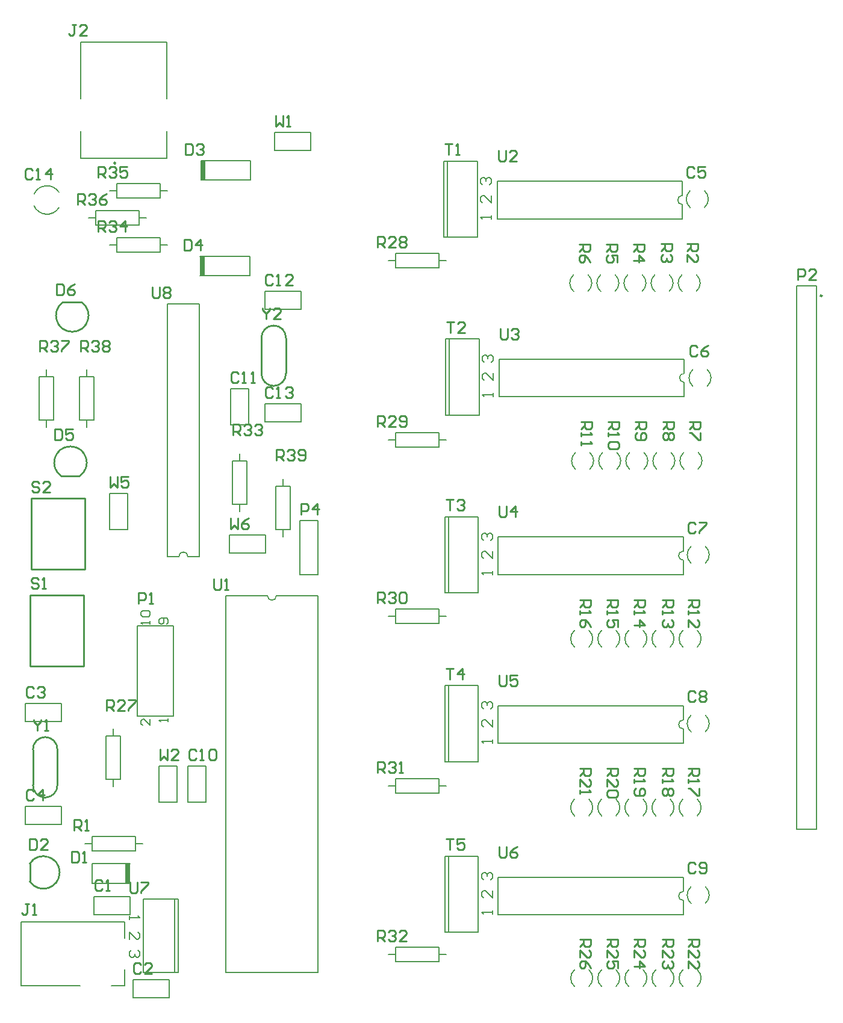
<source format=gto>
%FSAX44Y44*%
%MOMM*%
G71*
G01*
G75*
%ADD10C,0.3000*%
%ADD11C,1.2000*%
%ADD12C,0.7000*%
%ADD13C,1.4000*%
%ADD14C,1.2000*%
%ADD15R,1.5000X1.5000*%
%ADD16C,1.5000*%
%ADD17C,1.6000*%
%ADD18R,1.5000X1.5000*%
%ADD19C,3.8000*%
%ADD20R,1.6000X1.6000*%
%ADD21C,1.3500*%
%ADD22R,1.3500X1.3500*%
%ADD23C,1.5240*%
%ADD24C,1.5000*%
%ADD25R,1.5000X1.5000*%
%ADD26C,1.7000*%
%ADD27R,1.7000X1.7000*%
%ADD28C,1.3000*%
%ADD29R,1.5000X1.5000*%
%ADD30C,1.6000*%
%ADD31R,1.6000X1.6000*%
%ADD32O,4.0000X2.0000*%
%ADD33O,2.0000X4.0000*%
%ADD34O,2.0000X4.5000*%
%ADD35R,2.0000X2.0000*%
%ADD36C,2.0000*%
%ADD37C,1.7780*%
%ADD38C,3.0000*%
%ADD39C,1.5000*%
%ADD40C,0.2540*%
%ADD41C,0.2000*%
%ADD42C,0.2500*%
%ADD43C,0.2032*%
%ADD44C,0.1500*%
%ADD45R,0.8000X2.7000*%
%ADD46R,0.8000X2.8000*%
D40*
X00907802Y01444307D02*
G03*
X00873341Y01444220I-00017232J00000523D01*
G01*
Y01394831D02*
G03*
X00907802Y01394744I00017229J-00000611D01*
G01*
X00594660Y01495090D02*
G03*
X00620060Y01495090I00012700J-00019050D01*
G01*
X00617520Y01249980D02*
G03*
X00592120Y01249980I-00012700J00019050D01*
G01*
X00586489Y00865100D02*
G03*
X00552028Y00865187I-00017229J00000611D01*
G01*
Y00815624D02*
G03*
X00586489Y00815711I00017232J-00000523D01*
G01*
X00547670Y00679750D02*
G03*
X00547670Y00705150I00019050J00012700D01*
G01*
X00873341Y01394831D02*
Y01444220D01*
X00907802Y01394743D02*
Y01444307D01*
X00594660Y01495090D02*
X00620060D01*
X00592120Y01249980D02*
X00617520D01*
X00549740Y01118700D02*
X00624740D01*
Y01218700D01*
X00549740D02*
X00624740D01*
X00549740Y01118700D02*
Y01218700D01*
X00548470Y00982810D02*
X00623470D01*
Y01082810D01*
X00548470D02*
X00623470D01*
X00548470Y00982810D02*
Y01082810D01*
X00552028Y00815623D02*
Y00865187D01*
X00586490Y00815711D02*
Y00865100D01*
X00547670Y00679750D02*
Y00705150D01*
X00874522Y01486149D02*
Y01483610D01*
X00879600Y01478531D01*
X00884679Y01483610D01*
Y01486149D01*
X00879600Y01478531D02*
Y01470914D01*
X00899914D02*
X00889757D01*
X00899914Y01481071D01*
Y01483610D01*
X00897375Y01486149D01*
X00892296D01*
X00889757Y01483610D01*
X00829818Y01191255D02*
Y01176020D01*
X00834896Y01181098D01*
X00839975Y01176020D01*
Y01191255D01*
X00855210D02*
X00850131Y01188716D01*
X00845053Y01183637D01*
Y01178559D01*
X00847592Y01176020D01*
X00852671D01*
X00855210Y01178559D01*
Y01181098D01*
X00852671Y01183637D01*
X00845053D01*
X00660908Y01249675D02*
Y01234440D01*
X00665986Y01239518D01*
X00671065Y01234440D01*
Y01249675D01*
X00686300D02*
X00676143D01*
Y01242057D01*
X00681221Y01244597D01*
X00683761D01*
X00686300Y01242057D01*
Y01236979D01*
X00683761Y01234440D01*
X00678682D01*
X00676143Y01236979D01*
X00719582Y01516375D02*
Y01503679D01*
X00722121Y01501140D01*
X00727199D01*
X00729739Y01503679D01*
Y01516375D01*
X00734817Y01513836D02*
X00737356Y01516375D01*
X00742435D01*
X00744974Y01513836D01*
Y01511297D01*
X00742435Y01508757D01*
X00744974Y01506218D01*
Y01503679D01*
X00742435Y01501140D01*
X00737356D01*
X00734817Y01503679D01*
Y01506218D01*
X00737356Y01508757D01*
X00734817Y01511297D01*
Y01513836D01*
X00737356Y01508757D02*
X00742435D01*
X00894588Y01272032D02*
Y01287267D01*
X00902206D01*
X00904745Y01284728D01*
Y01279650D01*
X00902206Y01277110D01*
X00894588D01*
X00899666D02*
X00904745Y01272032D01*
X00909823Y01284728D02*
X00912362Y01287267D01*
X00917441D01*
X00919980Y01284728D01*
Y01282189D01*
X00917441Y01279650D01*
X00914901D01*
X00917441D01*
X00919980Y01277110D01*
Y01274571D01*
X00917441Y01272032D01*
X00912362D01*
X00909823Y01274571D01*
X00925058D02*
X00927597Y01272032D01*
X00932676D01*
X00935215Y01274571D01*
Y01284728D01*
X00932676Y01287267D01*
X00927597D01*
X00925058Y01284728D01*
Y01282189D01*
X00927597Y01279650D01*
X00935215D01*
X00618998Y01425702D02*
Y01440937D01*
X00626615D01*
X00629155Y01438398D01*
Y01433320D01*
X00626615Y01430780D01*
X00618998D01*
X00624076D02*
X00629155Y01425702D01*
X00634233Y01438398D02*
X00636772Y01440937D01*
X00641851D01*
X00644390Y01438398D01*
Y01435859D01*
X00641851Y01433320D01*
X00639311D01*
X00641851D01*
X00644390Y01430780D01*
Y01428241D01*
X00641851Y01425702D01*
X00636772D01*
X00634233Y01428241D01*
X00649468Y01438398D02*
X00652007Y01440937D01*
X00657086D01*
X00659625Y01438398D01*
Y01435859D01*
X00657086Y01433320D01*
X00659625Y01430780D01*
Y01428241D01*
X00657086Y01425702D01*
X00652007D01*
X00649468Y01428241D01*
Y01430780D01*
X00652007Y01433320D01*
X00649468Y01435859D01*
Y01438398D01*
X00652007Y01433320D02*
X00657086D01*
X00561848Y01425702D02*
Y01440937D01*
X00569465D01*
X00572005Y01438398D01*
Y01433320D01*
X00569465Y01430780D01*
X00561848D01*
X00566926D02*
X00572005Y01425702D01*
X00577083Y01438398D02*
X00579622Y01440937D01*
X00584701D01*
X00587240Y01438398D01*
Y01435859D01*
X00584701Y01433320D01*
X00582161D01*
X00584701D01*
X00587240Y01430780D01*
Y01428241D01*
X00584701Y01425702D01*
X00579622D01*
X00577083Y01428241D01*
X00592318Y01440937D02*
X00602475D01*
Y01438398D01*
X00592318Y01428241D01*
Y01425702D01*
X00614680Y01631950D02*
Y01647185D01*
X00622298D01*
X00624837Y01644646D01*
Y01639568D01*
X00622298Y01637028D01*
X00614680D01*
X00619758D02*
X00624837Y01631950D01*
X00629915Y01644646D02*
X00632454Y01647185D01*
X00637533D01*
X00640072Y01644646D01*
Y01642107D01*
X00637533Y01639568D01*
X00634993D01*
X00637533D01*
X00640072Y01637028D01*
Y01634489D01*
X00637533Y01631950D01*
X00632454D01*
X00629915Y01634489D01*
X00655307Y01647185D02*
X00650229Y01644646D01*
X00645150Y01639568D01*
Y01634489D01*
X00647689Y01631950D01*
X00652768D01*
X00655307Y01634489D01*
Y01637028D01*
X00652768Y01639568D01*
X00645150D01*
X00643890Y01670050D02*
Y01685285D01*
X00651507D01*
X00654047Y01682746D01*
Y01677668D01*
X00651507Y01675128D01*
X00643890D01*
X00648968D02*
X00654047Y01670050D01*
X00659125Y01682746D02*
X00661664Y01685285D01*
X00666743D01*
X00669282Y01682746D01*
Y01680207D01*
X00666743Y01677668D01*
X00664203D01*
X00666743D01*
X00669282Y01675128D01*
Y01672589D01*
X00666743Y01670050D01*
X00661664D01*
X00659125Y01672589D01*
X00684517Y01685285D02*
X00674360D01*
Y01677668D01*
X00679438Y01680207D01*
X00681978D01*
X00684517Y01677668D01*
Y01672589D01*
X00681978Y01670050D01*
X00676899D01*
X00674360Y01672589D01*
X00643890Y01593850D02*
Y01609085D01*
X00651507D01*
X00654047Y01606546D01*
Y01601467D01*
X00651507Y01598928D01*
X00643890D01*
X00648968D02*
X00654047Y01593850D01*
X00659125Y01606546D02*
X00661664Y01609085D01*
X00666743D01*
X00669282Y01606546D01*
Y01604007D01*
X00666743Y01601467D01*
X00664203D01*
X00666743D01*
X00669282Y01598928D01*
Y01596389D01*
X00666743Y01593850D01*
X00661664D01*
X00659125Y01596389D01*
X00681978Y01593850D02*
Y01609085D01*
X00674360Y01601467D01*
X00684517D01*
X00833628Y01307592D02*
Y01322827D01*
X00841245D01*
X00843785Y01320288D01*
Y01315210D01*
X00841245Y01312670D01*
X00833628D01*
X00838706D02*
X00843785Y01307592D01*
X00848863Y01320288D02*
X00851402Y01322827D01*
X00856481D01*
X00859020Y01320288D01*
Y01317749D01*
X00856481Y01315210D01*
X00853941D01*
X00856481D01*
X00859020Y01312670D01*
Y01310131D01*
X00856481Y01307592D01*
X00851402D01*
X00848863Y01310131D01*
X00864098Y01320288D02*
X00866637Y01322827D01*
X00871716D01*
X00874255Y01320288D01*
Y01317749D01*
X00871716Y01315210D01*
X00869176D01*
X00871716D01*
X00874255Y01312670D01*
Y01310131D01*
X00871716Y01307592D01*
X00866637D01*
X00864098Y01310131D01*
X00928878Y01196340D02*
Y01211575D01*
X00936496D01*
X00939035Y01209036D01*
Y01203958D01*
X00936496Y01201418D01*
X00928878D01*
X00951731Y01196340D02*
Y01211575D01*
X00944113Y01203958D01*
X00954270D01*
X00612137Y01884929D02*
X00607058D01*
X00609598D01*
Y01872233D01*
X00607058Y01869694D01*
X00604519D01*
X00601980Y01872233D01*
X00627372Y01869694D02*
X00617215D01*
X00627372Y01879851D01*
Y01882390D01*
X00624833Y01884929D01*
X00619754D01*
X00617215Y01882390D01*
X00585724Y01520693D02*
Y01505458D01*
X00593341D01*
X00595881Y01507997D01*
Y01518154D01*
X00593341Y01520693D01*
X00585724D01*
X00611116D02*
X00606037Y01518154D01*
X00600959Y01513076D01*
Y01507997D01*
X00603498Y01505458D01*
X00608577D01*
X00611116Y01507997D01*
Y01510536D01*
X00608577Y01513076D01*
X00600959D01*
X00583184Y01315969D02*
Y01300734D01*
X00590802D01*
X00593341Y01303273D01*
Y01313430D01*
X00590802Y01315969D01*
X00583184D01*
X00608576D02*
X00598419D01*
Y01308351D01*
X00603497Y01310891D01*
X00606037D01*
X00608576Y01308351D01*
Y01303273D01*
X00606037Y01300734D01*
X00600958D01*
X00598419Y01303273D01*
X00765048Y01583177D02*
Y01567942D01*
X00772665D01*
X00775205Y01570481D01*
Y01580638D01*
X00772665Y01583177D01*
X00765048D01*
X00787901Y01567942D02*
Y01583177D01*
X00780283Y01575560D01*
X00790440D01*
X00766318Y01717797D02*
Y01702562D01*
X00773935D01*
X00776475Y01705101D01*
Y01715258D01*
X00773935Y01717797D01*
X00766318D01*
X00781553Y01715258D02*
X00784092Y01717797D01*
X00789171D01*
X00791710Y01715258D01*
Y01712719D01*
X00789171Y01710179D01*
X00786631D01*
X00789171D01*
X00791710Y01707640D01*
Y01705101D01*
X00789171Y01702562D01*
X00784092D01*
X00781553Y01705101D01*
X00551685Y01679952D02*
X00549146Y01682491D01*
X00544067D01*
X00541528Y01679952D01*
Y01669795D01*
X00544067Y01667256D01*
X00549146D01*
X00551685Y01669795D01*
X00556763Y01667256D02*
X00561841D01*
X00559302D01*
Y01682491D01*
X00556763Y01679952D01*
X00577076Y01667256D02*
Y01682491D01*
X00569459Y01674874D01*
X00579616D01*
X00889505Y01372866D02*
X00886965Y01375405D01*
X00881887D01*
X00879348Y01372866D01*
Y01362709D01*
X00881887Y01360170D01*
X00886965D01*
X00889505Y01362709D01*
X00894583Y01360170D02*
X00899661D01*
X00897122D01*
Y01375405D01*
X00894583Y01372866D01*
X00907279D02*
X00909818Y01375405D01*
X00914896D01*
X00917436Y01372866D01*
Y01370327D01*
X00914896Y01367787D01*
X00912357D01*
X00914896D01*
X00917436Y01365248D01*
Y01362709D01*
X00914896Y01360170D01*
X00909818D01*
X00907279Y01362709D01*
X00889505Y01531616D02*
X00886965Y01534155D01*
X00881887D01*
X00879348Y01531616D01*
Y01521459D01*
X00881887Y01518920D01*
X00886965D01*
X00889505Y01521459D01*
X00894583Y01518920D02*
X00899661D01*
X00897122D01*
Y01534155D01*
X00894583Y01531616D01*
X00917436Y01518920D02*
X00907279D01*
X00917436Y01529077D01*
Y01531616D01*
X00914896Y01534155D01*
X00909818D01*
X00907279Y01531616D01*
X00841245Y01394456D02*
X00838706Y01396995D01*
X00833627D01*
X00831088Y01394456D01*
Y01384299D01*
X00833627Y01381760D01*
X00838706D01*
X00841245Y01384299D01*
X00846323Y01381760D02*
X00851401D01*
X00848862D01*
Y01396995D01*
X00846323Y01394456D01*
X00859019Y01381760D02*
X00864097D01*
X00861558D01*
Y01396995D01*
X00859019Y01394456D01*
X00649475Y00679446D02*
X00646936Y00681985D01*
X00641857D01*
X00639318Y00679446D01*
Y00669289D01*
X00641857Y00666750D01*
X00646936D01*
X00649475Y00669289D01*
X00654553Y00666750D02*
X00659631D01*
X00657092D01*
Y00681985D01*
X00654553Y00679446D01*
X00704085Y00562606D02*
X00701545Y00565145D01*
X00696467D01*
X00693928Y00562606D01*
Y00552449D01*
X00696467Y00549910D01*
X00701545D01*
X00704085Y00552449D01*
X00719320Y00549910D02*
X00709163D01*
X00719320Y00560067D01*
Y00562606D01*
X00716781Y00565145D01*
X00711702D01*
X00709163Y00562606D01*
X00552955Y00951226D02*
X00550415Y00953765D01*
X00545337D01*
X00542798Y00951226D01*
Y00941069D01*
X00545337Y00938530D01*
X00550415D01*
X00552955Y00941069D01*
X00558033Y00951226D02*
X00560572Y00953765D01*
X00565651D01*
X00568190Y00951226D01*
Y00948687D01*
X00565651Y00946148D01*
X00563111D01*
X00565651D01*
X00568190Y00943608D01*
Y00941069D01*
X00565651Y00938530D01*
X00560572D01*
X00558033Y00941069D01*
X00552955Y00806446D02*
X00550415Y00808985D01*
X00545337D01*
X00542798Y00806446D01*
Y00796289D01*
X00545337Y00793750D01*
X00550415D01*
X00552955Y00796289D01*
X00565651Y00793750D02*
Y00808985D01*
X00558033Y00801367D01*
X00568190D01*
X01482341Y01683254D02*
X01479801Y01685793D01*
X01474723D01*
X01472184Y01683254D01*
Y01673097D01*
X01474723Y01670558D01*
X01479801D01*
X01482341Y01673097D01*
X01497576Y01685793D02*
X01487419D01*
Y01678176D01*
X01492497Y01680715D01*
X01495037D01*
X01497576Y01678176D01*
Y01673097D01*
X01495037Y01670558D01*
X01489958D01*
X01487419Y01673097D01*
X01486151Y01431794D02*
X01483611Y01434333D01*
X01478533D01*
X01475994Y01431794D01*
Y01421637D01*
X01478533Y01419098D01*
X01483611D01*
X01486151Y01421637D01*
X01501386Y01434333D02*
X01496307Y01431794D01*
X01491229Y01426716D01*
Y01421637D01*
X01493768Y01419098D01*
X01498847D01*
X01501386Y01421637D01*
Y01424176D01*
X01498847Y01426716D01*
X01491229D01*
X01483611Y01182874D02*
X01481071Y01185413D01*
X01475993D01*
X01473454Y01182874D01*
Y01172717D01*
X01475993Y01170178D01*
X01481071D01*
X01483611Y01172717D01*
X01488689Y01185413D02*
X01498846D01*
Y01182874D01*
X01488689Y01172717D01*
Y01170178D01*
X01483611Y00945384D02*
X01481071Y00947923D01*
X01475993D01*
X01473454Y00945384D01*
Y00935227D01*
X01475993Y00932688D01*
X01481071D01*
X01483611Y00935227D01*
X01488689Y00945384D02*
X01491228Y00947923D01*
X01496307D01*
X01498846Y00945384D01*
Y00942845D01*
X01496307Y00940305D01*
X01498846Y00937766D01*
Y00935227D01*
X01496307Y00932688D01*
X01491228D01*
X01488689Y00935227D01*
Y00937766D01*
X01491228Y00940305D01*
X01488689Y00942845D01*
Y00945384D01*
X01491228Y00940305D02*
X01496307D01*
X01483611Y00704084D02*
X01481071Y00706623D01*
X01475993D01*
X01473454Y00704084D01*
Y00693927D01*
X01475993Y00691388D01*
X01481071D01*
X01483611Y00693927D01*
X01488689D02*
X01491228Y00691388D01*
X01496307D01*
X01498846Y00693927D01*
Y00704084D01*
X01496307Y00706623D01*
X01491228D01*
X01488689Y00704084D01*
Y00701545D01*
X01491228Y00699006D01*
X01498846D01*
X00781555Y00863596D02*
X00779016Y00866135D01*
X00773937D01*
X00771398Y00863596D01*
Y00853439D01*
X00773937Y00850900D01*
X00779016D01*
X00781555Y00853439D01*
X00786633Y00850900D02*
X00791711D01*
X00789172D01*
Y00866135D01*
X00786633Y00863596D01*
X00799329D02*
X00801868Y00866135D01*
X00806946D01*
X00809486Y00863596D01*
Y00853439D01*
X00806946Y00850900D01*
X00801868D01*
X00799329Y00853439D01*
Y00863596D01*
X00606090Y00721655D02*
Y00706420D01*
X00613708D01*
X00616247Y00708959D01*
Y00719116D01*
X00613708Y00721655D01*
X00606090D01*
X00621325Y00706420D02*
X00626404D01*
X00623865D01*
Y00721655D01*
X00621325Y00719116D01*
X00547624Y00739389D02*
Y00724154D01*
X00555242D01*
X00557781Y00726693D01*
Y00736850D01*
X00555242Y00739389D01*
X00547624D01*
X00573016Y00724154D02*
X00562859D01*
X00573016Y00734311D01*
Y00736850D01*
X00570477Y00739389D01*
X00565398D01*
X00562859Y00736850D01*
X00546397Y00647995D02*
X00541319D01*
X00543858D01*
Y00635299D01*
X00541319Y00632760D01*
X00538779D01*
X00536240Y00635299D01*
X00551475Y00632760D02*
X00556554D01*
X00554015D01*
Y00647995D01*
X00551475Y00645456D01*
X00700278Y01070356D02*
Y01085591D01*
X00707896D01*
X00710435Y01083052D01*
Y01077973D01*
X00707896Y01075434D01*
X00700278D01*
X00715513Y01070356D02*
X00720591D01*
X00718052D01*
Y01085591D01*
X00715513Y01083052D01*
X01627378Y01526540D02*
Y01541775D01*
X01634996D01*
X01637535Y01539236D01*
Y01534158D01*
X01634996Y01531618D01*
X01627378D01*
X01652770Y01526540D02*
X01642613D01*
X01652770Y01536697D01*
Y01539236D01*
X01650231Y01541775D01*
X01645152D01*
X01642613Y01539236D01*
X00609600Y00751840D02*
Y00767075D01*
X00617217D01*
X00619757Y00764536D01*
Y00759457D01*
X00617217Y00756918D01*
X00609600D01*
X00614678D02*
X00619757Y00751840D01*
X00624835D02*
X00629913D01*
X00627374D01*
Y00767075D01*
X00624835Y00764536D01*
X01472190Y01576671D02*
X01487425D01*
Y01569053D01*
X01484886Y01566514D01*
X01479808D01*
X01477268Y01569053D01*
Y01576671D01*
Y01571592D02*
X01472190Y01566514D01*
Y01551279D02*
Y01561435D01*
X01482347Y01551279D01*
X01484886D01*
X01487425Y01553818D01*
Y01558896D01*
X01484886Y01561435D01*
X01435360Y01576671D02*
X01450595D01*
Y01569053D01*
X01448056Y01566514D01*
X01442978D01*
X01440438Y01569053D01*
Y01576671D01*
Y01571592D02*
X01435360Y01566514D01*
X01448056Y01561435D02*
X01450595Y01558896D01*
Y01553818D01*
X01448056Y01551279D01*
X01445517D01*
X01442978Y01553818D01*
Y01556357D01*
Y01553818D01*
X01440438Y01551279D01*
X01437899D01*
X01435360Y01553818D01*
Y01558896D01*
X01437899Y01561435D01*
X01396030Y01576370D02*
X01411265D01*
Y01568753D01*
X01408726Y01566214D01*
X01403648D01*
X01401109Y01568753D01*
Y01576370D01*
Y01571292D02*
X01396030Y01566214D01*
Y01553518D02*
X01411265D01*
X01403648Y01561135D01*
Y01550978D01*
X01357930Y01576370D02*
X01373165D01*
Y01568753D01*
X01370626Y01566214D01*
X01365548D01*
X01363009Y01568753D01*
Y01576370D01*
Y01571292D02*
X01357930Y01566214D01*
X01373165Y01550978D02*
Y01561135D01*
X01365548D01*
X01368087Y01556057D01*
Y01553518D01*
X01365548Y01550978D01*
X01360469D01*
X01357930Y01553518D01*
Y01558596D01*
X01360469Y01561135D01*
X01319830Y01576370D02*
X01335065D01*
Y01568753D01*
X01332526Y01566214D01*
X01327448D01*
X01324909Y01568753D01*
Y01576370D01*
Y01571292D02*
X01319830Y01566214D01*
X01335065Y01550978D02*
X01332526Y01556057D01*
X01327448Y01561135D01*
X01322369D01*
X01319830Y01558596D01*
Y01553518D01*
X01322369Y01550978D01*
X01324909D01*
X01327448Y01553518D01*
Y01561135D01*
X01474770Y01326180D02*
X01490005D01*
Y01318563D01*
X01487466Y01316024D01*
X01482388D01*
X01479849Y01318563D01*
Y01326180D01*
Y01321102D02*
X01474770Y01316024D01*
X01490005Y01310945D02*
Y01300788D01*
X01487466D01*
X01477309Y01310945D01*
X01474770D01*
X01437940Y01326180D02*
X01453175D01*
Y01318563D01*
X01450636Y01316024D01*
X01445558D01*
X01443019Y01318563D01*
Y01326180D01*
Y01321102D02*
X01437940Y01316024D01*
X01450636Y01310945D02*
X01453175Y01308406D01*
Y01303328D01*
X01450636Y01300788D01*
X01448097D01*
X01445558Y01303328D01*
X01443019Y01300788D01*
X01440479D01*
X01437940Y01303328D01*
Y01308406D01*
X01440479Y01310945D01*
X01443019D01*
X01445558Y01308406D01*
X01448097Y01310945D01*
X01450636D01*
X01445558Y01308406D02*
Y01303328D01*
X01398570Y01326180D02*
X01413805D01*
Y01318563D01*
X01411266Y01316024D01*
X01406188D01*
X01403649Y01318563D01*
Y01326180D01*
Y01321102D02*
X01398570Y01316024D01*
X01401109Y01310945D02*
X01398570Y01308406D01*
Y01303328D01*
X01401109Y01300788D01*
X01411266D01*
X01413805Y01303328D01*
Y01308406D01*
X01411266Y01310945D01*
X01408727D01*
X01406188Y01308406D01*
Y01300788D01*
X01360470Y01326180D02*
X01375705D01*
Y01318563D01*
X01373166Y01316024D01*
X01368088D01*
X01365549Y01318563D01*
Y01326180D01*
Y01321102D02*
X01360470Y01316024D01*
Y01310945D02*
Y01305867D01*
Y01308406D01*
X01375705D01*
X01373166Y01310945D01*
Y01298249D02*
X01375705Y01295710D01*
Y01290632D01*
X01373166Y01288092D01*
X01363009D01*
X01360470Y01290632D01*
Y01295710D01*
X01363009Y01298249D01*
X01373166D01*
X01322370Y01326180D02*
X01337605D01*
Y01318563D01*
X01335066Y01316024D01*
X01329988D01*
X01327449Y01318563D01*
Y01326180D01*
Y01321102D02*
X01322370Y01316024D01*
Y01310945D02*
Y01305867D01*
Y01308406D01*
X01337605D01*
X01335066Y01310945D01*
X01322370Y01298249D02*
Y01293171D01*
Y01295710D01*
X01337605D01*
X01335066Y01298249D01*
X01473500Y01075990D02*
X01488735D01*
Y01068373D01*
X01486196Y01065834D01*
X01481118D01*
X01478579Y01068373D01*
Y01075990D01*
Y01070912D02*
X01473500Y01065834D01*
Y01060755D02*
Y01055677D01*
Y01058216D01*
X01488735D01*
X01486196Y01060755D01*
X01473500Y01037903D02*
Y01048059D01*
X01483657Y01037903D01*
X01486196D01*
X01488735Y01040442D01*
Y01045520D01*
X01486196Y01048059D01*
X01436670Y01075990D02*
X01451905D01*
Y01068373D01*
X01449366Y01065834D01*
X01444288D01*
X01441749Y01068373D01*
Y01075990D01*
Y01070912D02*
X01436670Y01065834D01*
Y01060755D02*
Y01055677D01*
Y01058216D01*
X01451905D01*
X01449366Y01060755D01*
Y01048059D02*
X01451905Y01045520D01*
Y01040442D01*
X01449366Y01037903D01*
X01446827D01*
X01444288Y01040442D01*
Y01042981D01*
Y01040442D01*
X01441749Y01037903D01*
X01439209D01*
X01436670Y01040442D01*
Y01045520D01*
X01439209Y01048059D01*
X01397300Y01075990D02*
X01412535D01*
Y01068373D01*
X01409996Y01065834D01*
X01404918D01*
X01402379Y01068373D01*
Y01075990D01*
Y01070912D02*
X01397300Y01065834D01*
Y01060755D02*
Y01055677D01*
Y01058216D01*
X01412535D01*
X01409996Y01060755D01*
X01397300Y01040442D02*
X01412535D01*
X01404918Y01048059D01*
Y01037903D01*
X01359200Y01075990D02*
X01374435D01*
Y01068373D01*
X01371896Y01065834D01*
X01366818D01*
X01364279Y01068373D01*
Y01075990D01*
Y01070912D02*
X01359200Y01065834D01*
Y01060755D02*
Y01055677D01*
Y01058216D01*
X01374435D01*
X01371896Y01060755D01*
X01374435Y01037903D02*
Y01048059D01*
X01366818D01*
X01369357Y01042981D01*
Y01040442D01*
X01366818Y01037903D01*
X01361739D01*
X01359200Y01040442D01*
Y01045520D01*
X01361739Y01048059D01*
X01321100Y01075990D02*
X01336335D01*
Y01068373D01*
X01333796Y01065834D01*
X01328718D01*
X01326179Y01068373D01*
Y01075990D01*
Y01070912D02*
X01321100Y01065834D01*
Y01060755D02*
Y01055677D01*
Y01058216D01*
X01336335D01*
X01333796Y01060755D01*
X01336335Y01037903D02*
X01333796Y01042981D01*
X01328718Y01048059D01*
X01323639D01*
X01321100Y01045520D01*
Y01040442D01*
X01323639Y01037903D01*
X01326179D01*
X01328718Y01040442D01*
Y01048059D01*
X01473500Y00838500D02*
X01488735D01*
Y00830883D01*
X01486196Y00828344D01*
X01481118D01*
X01478579Y00830883D01*
Y00838500D01*
Y00833422D02*
X01473500Y00828344D01*
Y00823265D02*
Y00818187D01*
Y00820726D01*
X01488735D01*
X01486196Y00823265D01*
X01488735Y00810569D02*
Y00800413D01*
X01486196D01*
X01476039Y00810569D01*
X01473500D01*
X01436670Y00838500D02*
X01451905D01*
Y00830883D01*
X01449366Y00828344D01*
X01444288D01*
X01441749Y00830883D01*
Y00838500D01*
Y00833422D02*
X01436670Y00828344D01*
Y00823265D02*
Y00818187D01*
Y00820726D01*
X01451905D01*
X01449366Y00823265D01*
Y00810569D02*
X01451905Y00808030D01*
Y00802952D01*
X01449366Y00800413D01*
X01446827D01*
X01444288Y00802952D01*
X01441749Y00800413D01*
X01439209D01*
X01436670Y00802952D01*
Y00808030D01*
X01439209Y00810569D01*
X01441749D01*
X01444288Y00808030D01*
X01446827Y00810569D01*
X01449366D01*
X01444288Y00808030D02*
Y00802952D01*
X01397300Y00838500D02*
X01412535D01*
Y00830883D01*
X01409996Y00828344D01*
X01404918D01*
X01402379Y00830883D01*
Y00838500D01*
Y00833422D02*
X01397300Y00828344D01*
Y00823265D02*
Y00818187D01*
Y00820726D01*
X01412535D01*
X01409996Y00823265D01*
X01399839Y00810569D02*
X01397300Y00808030D01*
Y00802952D01*
X01399839Y00800413D01*
X01409996D01*
X01412535Y00802952D01*
Y00808030D01*
X01409996Y00810569D01*
X01407457D01*
X01404918Y00808030D01*
Y00800413D01*
X01359200Y00838500D02*
X01374435D01*
Y00830883D01*
X01371896Y00828344D01*
X01366818D01*
X01364279Y00830883D01*
Y00838500D01*
Y00833422D02*
X01359200Y00828344D01*
Y00813108D02*
Y00823265D01*
X01369357Y00813108D01*
X01371896D01*
X01374435Y00815648D01*
Y00820726D01*
X01371896Y00823265D01*
Y00808030D02*
X01374435Y00805491D01*
Y00800413D01*
X01371896Y00797873D01*
X01361739D01*
X01359200Y00800413D01*
Y00805491D01*
X01361739Y00808030D01*
X01371896D01*
X01321100Y00838500D02*
X01336335D01*
Y00830883D01*
X01333796Y00828344D01*
X01328718D01*
X01326179Y00830883D01*
Y00838500D01*
Y00833422D02*
X01321100Y00828344D01*
Y00813108D02*
Y00823265D01*
X01331257Y00813108D01*
X01333796D01*
X01336335Y00815648D01*
Y00820726D01*
X01333796Y00823265D01*
X01321100Y00808030D02*
Y00802952D01*
Y00805491D01*
X01336335D01*
X01333796Y00808030D01*
X01473500Y00598470D02*
X01488735D01*
Y00590853D01*
X01486196Y00588313D01*
X01481118D01*
X01478579Y00590853D01*
Y00598470D01*
Y00593392D02*
X01473500Y00588313D01*
Y00573078D02*
Y00583235D01*
X01483657Y00573078D01*
X01486196D01*
X01488735Y00575618D01*
Y00580696D01*
X01486196Y00583235D01*
X01473500Y00557843D02*
Y00568000D01*
X01483657Y00557843D01*
X01486196D01*
X01488735Y00560382D01*
Y00565461D01*
X01486196Y00568000D01*
X01436670Y00598470D02*
X01451905D01*
Y00590853D01*
X01449366Y00588313D01*
X01444288D01*
X01441749Y00590853D01*
Y00598470D01*
Y00593392D02*
X01436670Y00588313D01*
Y00573078D02*
Y00583235D01*
X01446827Y00573078D01*
X01449366D01*
X01451905Y00575618D01*
Y00580696D01*
X01449366Y00583235D01*
Y00568000D02*
X01451905Y00565461D01*
Y00560382D01*
X01449366Y00557843D01*
X01446827D01*
X01444288Y00560382D01*
Y00562922D01*
Y00560382D01*
X01441749Y00557843D01*
X01439209D01*
X01436670Y00560382D01*
Y00565461D01*
X01439209Y00568000D01*
X01397300Y00598470D02*
X01412535D01*
Y00590853D01*
X01409996Y00588313D01*
X01404918D01*
X01402379Y00590853D01*
Y00598470D01*
Y00593392D02*
X01397300Y00588313D01*
Y00573078D02*
Y00583235D01*
X01407457Y00573078D01*
X01409996D01*
X01412535Y00575618D01*
Y00580696D01*
X01409996Y00583235D01*
X01397300Y00560382D02*
X01412535D01*
X01404918Y00568000D01*
Y00557843D01*
X01359200Y00598470D02*
X01374435D01*
Y00590853D01*
X01371896Y00588313D01*
X01366818D01*
X01364279Y00590853D01*
Y00598470D01*
Y00593392D02*
X01359200Y00588313D01*
Y00573078D02*
Y00583235D01*
X01369357Y00573078D01*
X01371896D01*
X01374435Y00575618D01*
Y00580696D01*
X01371896Y00583235D01*
X01374435Y00557843D02*
Y00568000D01*
X01366818D01*
X01369357Y00562922D01*
Y00560382D01*
X01366818Y00557843D01*
X01361739D01*
X01359200Y00560382D01*
Y00565461D01*
X01361739Y00568000D01*
X01321100Y00598470D02*
X01336335D01*
Y00590853D01*
X01333796Y00588313D01*
X01328718D01*
X01326179Y00590853D01*
Y00598470D01*
Y00593392D02*
X01321100Y00588313D01*
Y00573078D02*
Y00583235D01*
X01331257Y00573078D01*
X01333796D01*
X01336335Y00575618D01*
Y00580696D01*
X01333796Y00583235D01*
X01336335Y00557843D02*
X01333796Y00562922D01*
X01328718Y00568000D01*
X01323639D01*
X01321100Y00565461D01*
Y00560382D01*
X01323639Y00557843D01*
X01326179D01*
X01328718Y00560382D01*
Y00568000D01*
X00655828Y00920242D02*
Y00935477D01*
X00663446D01*
X00665985Y00932938D01*
Y00927859D01*
X00663446Y00925320D01*
X00655828D01*
X00660906D02*
X00665985Y00920242D01*
X00681220D02*
X00671063D01*
X00681220Y00930399D01*
Y00932938D01*
X00678681Y00935477D01*
X00673602D01*
X00671063Y00932938D01*
X00686298Y00935477D02*
X00696455D01*
Y00932938D01*
X00686298Y00922781D01*
Y00920242D01*
X01036320Y01572260D02*
Y01587495D01*
X01043938D01*
X01046477Y01584956D01*
Y01579877D01*
X01043938Y01577338D01*
X01036320D01*
X01041398D02*
X01046477Y01572260D01*
X01061712D02*
X01051555D01*
X01061712Y01582417D01*
Y01584956D01*
X01059173Y01587495D01*
X01054094D01*
X01051555Y01584956D01*
X01066790D02*
X01069329Y01587495D01*
X01074408D01*
X01076947Y01584956D01*
Y01582417D01*
X01074408Y01579877D01*
X01076947Y01577338D01*
Y01574799D01*
X01074408Y01572260D01*
X01069329D01*
X01066790Y01574799D01*
Y01577338D01*
X01069329Y01579877D01*
X01066790Y01582417D01*
Y01584956D01*
X01069329Y01579877D02*
X01074408D01*
X01036320Y01319530D02*
Y01334765D01*
X01043938D01*
X01046477Y01332226D01*
Y01327148D01*
X01043938Y01324608D01*
X01036320D01*
X01041398D02*
X01046477Y01319530D01*
X01061712D02*
X01051555D01*
X01061712Y01329687D01*
Y01332226D01*
X01059173Y01334765D01*
X01054094D01*
X01051555Y01332226D01*
X01066790Y01322069D02*
X01069329Y01319530D01*
X01074408D01*
X01076947Y01322069D01*
Y01332226D01*
X01074408Y01334765D01*
X01069329D01*
X01066790Y01332226D01*
Y01329687D01*
X01069329Y01327148D01*
X01076947D01*
X01036320Y01071880D02*
Y01087115D01*
X01043938D01*
X01046477Y01084576D01*
Y01079498D01*
X01043938Y01076958D01*
X01036320D01*
X01041398D02*
X01046477Y01071880D01*
X01051555Y01084576D02*
X01054094Y01087115D01*
X01059173D01*
X01061712Y01084576D01*
Y01082037D01*
X01059173Y01079498D01*
X01056633D01*
X01059173D01*
X01061712Y01076958D01*
Y01074419D01*
X01059173Y01071880D01*
X01054094D01*
X01051555Y01074419D01*
X01066790Y01084576D02*
X01069329Y01087115D01*
X01074408D01*
X01076947Y01084576D01*
Y01074419D01*
X01074408Y01071880D01*
X01069329D01*
X01066790Y01074419D01*
Y01084576D01*
X01036320Y00833120D02*
Y00848355D01*
X01043938D01*
X01046477Y00845816D01*
Y00840738D01*
X01043938Y00838198D01*
X01036320D01*
X01041398D02*
X01046477Y00833120D01*
X01051555Y00845816D02*
X01054094Y00848355D01*
X01059173D01*
X01061712Y00845816D01*
Y00843277D01*
X01059173Y00840738D01*
X01056633D01*
X01059173D01*
X01061712Y00838198D01*
Y00835659D01*
X01059173Y00833120D01*
X01054094D01*
X01051555Y00835659D01*
X01066790Y00833120D02*
X01071869D01*
X01069329D01*
Y00848355D01*
X01066790Y00845816D01*
X01036320Y00595630D02*
Y00610865D01*
X01043938D01*
X01046477Y00608326D01*
Y00603247D01*
X01043938Y00600708D01*
X01036320D01*
X01041398D02*
X01046477Y00595630D01*
X01051555Y00608326D02*
X01054094Y00610865D01*
X01059173D01*
X01061712Y00608326D01*
Y00605787D01*
X01059173Y00603247D01*
X01056633D01*
X01059173D01*
X01061712Y00600708D01*
Y00598169D01*
X01059173Y00595630D01*
X01054094D01*
X01051555Y00598169D01*
X01076947Y00595630D02*
X01066790D01*
X01076947Y00605787D01*
Y00608326D01*
X01074408Y00610865D01*
X01069329D01*
X01066790Y00608326D01*
X00559813Y01104388D02*
X00557273Y01106927D01*
X00552195D01*
X00549656Y01104388D01*
Y01101849D01*
X00552195Y01099309D01*
X00557273D01*
X00559813Y01096770D01*
Y01094231D01*
X00557273Y01091692D01*
X00552195D01*
X00549656Y01094231D01*
X00564891Y01091692D02*
X00569969D01*
X00567430D01*
Y01106927D01*
X00564891Y01104388D01*
X00561083Y01240278D02*
X00558544Y01242817D01*
X00553465D01*
X00550926Y01240278D01*
Y01237739D01*
X00553465Y01235200D01*
X00558544D01*
X00561083Y01232660D01*
Y01230121D01*
X00558544Y01227582D01*
X00553465D01*
X00550926Y01230121D01*
X00576318Y01227582D02*
X00566161D01*
X00576318Y01237739D01*
Y01240278D01*
X00573779Y01242817D01*
X00568700D01*
X00566161Y01240278D01*
X01131570Y01717289D02*
X01141727D01*
X01136648D01*
Y01702054D01*
X01146805D02*
X01151883D01*
X01149344D01*
Y01717289D01*
X01146805Y01714750D01*
X01134110Y01467099D02*
X01144267D01*
X01139188D01*
Y01451864D01*
X01159502D02*
X01149345D01*
X01159502Y01462021D01*
Y01464560D01*
X01156963Y01467099D01*
X01151884D01*
X01149345Y01464560D01*
X01132840Y01216909D02*
X01142997D01*
X01137918D01*
Y01201674D01*
X01148075Y01214370D02*
X01150614Y01216909D01*
X01155693D01*
X01158232Y01214370D01*
Y01211831D01*
X01155693Y01209292D01*
X01153153D01*
X01155693D01*
X01158232Y01206752D01*
Y01204213D01*
X01155693Y01201674D01*
X01150614D01*
X01148075Y01204213D01*
X01132840Y00979419D02*
X01142997D01*
X01137918D01*
Y00964184D01*
X01155693D02*
Y00979419D01*
X01148075Y00971802D01*
X01158232D01*
X01132840Y00739389D02*
X01142997D01*
X01137918D01*
Y00724154D01*
X01158232Y00739389D02*
X01148075D01*
Y00731771D01*
X01153153Y00734311D01*
X01155693D01*
X01158232Y00731771D01*
Y00726693D01*
X01155693Y00724154D01*
X01150614D01*
X01148075Y00726693D01*
X00805942Y01105657D02*
Y01092961D01*
X00808481Y01090422D01*
X00813559D01*
X00816099Y01092961D01*
Y01105657D01*
X00821177Y01090422D02*
X00826255D01*
X00823716D01*
Y01105657D01*
X00821177Y01103118D01*
X01206500Y01708145D02*
Y01695449D01*
X01209039Y01692910D01*
X01214118D01*
X01216657Y01695449D01*
Y01708145D01*
X01231892Y01692910D02*
X01221735D01*
X01231892Y01703067D01*
Y01705606D01*
X01229353Y01708145D01*
X01224274D01*
X01221735Y01705606D01*
X01209040Y01457955D02*
Y01445259D01*
X01211579Y01442720D01*
X01216657D01*
X01219197Y01445259D01*
Y01457955D01*
X01224275Y01455416D02*
X01226814Y01457955D01*
X01231893D01*
X01234432Y01455416D01*
Y01452877D01*
X01231893Y01450338D01*
X01229353D01*
X01231893D01*
X01234432Y01447798D01*
Y01445259D01*
X01231893Y01442720D01*
X01226814D01*
X01224275Y01445259D01*
X01207770Y01207765D02*
Y01195069D01*
X01210309Y01192530D01*
X01215387D01*
X01217927Y01195069D01*
Y01207765D01*
X01230623Y01192530D02*
Y01207765D01*
X01223005Y01200147D01*
X01233162D01*
X01207770Y00970275D02*
Y00957579D01*
X01210309Y00955040D01*
X01215387D01*
X01217927Y00957579D01*
Y00970275D01*
X01233162D02*
X01223005D01*
Y00962657D01*
X01228083Y00965197D01*
X01230623D01*
X01233162Y00962657D01*
Y00957579D01*
X01230623Y00955040D01*
X01225544D01*
X01223005Y00957579D01*
X01207770Y00728975D02*
Y00716279D01*
X01210309Y00713740D01*
X01215387D01*
X01217927Y00716279D01*
Y00728975D01*
X01233162D02*
X01228083Y00726436D01*
X01223005Y00721357D01*
Y00716279D01*
X01225544Y00713740D01*
X01230623D01*
X01233162Y00716279D01*
Y00718818D01*
X01230623Y00721357D01*
X01223005D01*
X00688594Y00678937D02*
Y00666241D01*
X00691133Y00663702D01*
X00696211D01*
X00698751Y00666241D01*
Y00678937D01*
X00703829D02*
X00713986D01*
Y00676398D01*
X00703829Y00666241D01*
Y00663702D01*
X00893318Y01757675D02*
Y01742440D01*
X00898396Y01747518D01*
X00903475Y01742440D01*
Y01757675D01*
X00908553Y01742440D02*
X00913631D01*
X00911092D01*
Y01757675D01*
X00908553Y01755136D01*
X00730758Y00866135D02*
Y00850900D01*
X00735836Y00855978D01*
X00740915Y00850900D01*
Y00866135D01*
X00756150Y00850900D02*
X00745993D01*
X00756150Y00861057D01*
Y00863596D01*
X00753611Y00866135D01*
X00748532D01*
X00745993Y00863596D01*
X00553212Y00907029D02*
Y00904490D01*
X00558290Y00899411D01*
X00563369Y00904490D01*
Y00907029D01*
X00558290Y00899411D02*
Y00891794D01*
X00568447D02*
X00573525D01*
X00570986D01*
Y00907029D01*
X00568447Y00904490D01*
D41*
X00769920Y01136950D02*
G03*
X00757220Y01136950I-00006350J00000000D01*
G01*
X00553611Y01630284D02*
G03*
X00588665Y01627850I00018189J00008317D01*
G01*
Y01649350D02*
G03*
X00553611Y01646917I-00016865J-00010750D01*
G01*
X00881680Y01081910D02*
G03*
X00894380Y01081910I00006350J00000000D01*
G01*
X01497529Y00648907D02*
G03*
X01497692Y00672353I-00010059J00011793D01*
G01*
X01477249Y00672253D02*
G03*
X01477411Y00648807I00010221J-00011652D01*
G01*
X01466340Y00665780D02*
G03*
X01466340Y00653080I00000000J-00006350D01*
G01*
X01497529Y00890207D02*
G03*
X01497692Y00913652I-00010059J00011793D01*
G01*
X01477249Y00913553D02*
G03*
X01477411Y00890107I00010221J-00011652D01*
G01*
X01466340Y00907080D02*
G03*
X01466340Y00894380I00000000J-00006350D01*
G01*
X01497529Y01127697D02*
G03*
X01497692Y01151143I-00010059J00011793D01*
G01*
X01477249Y01151043D02*
G03*
X01477411Y01127597I00010221J-00011652D01*
G01*
X01466340Y01144570D02*
G03*
X01466340Y01131870I00000000J-00006350D01*
G01*
X01500069Y01376617D02*
G03*
X01500232Y01400063I-00010059J00011793D01*
G01*
X01479789Y01399963D02*
G03*
X01479951Y01376517I00010221J-00011652D01*
G01*
X01467610Y01394760D02*
G03*
X01467610Y01382060I00000000J-00006350D01*
G01*
X01496259Y01628077D02*
G03*
X01496422Y01651523I-00010059J00011793D01*
G01*
X01475979Y01651423D02*
G03*
X01476142Y01627977I00010221J-00011652D01*
G01*
X01465070Y01644950D02*
G03*
X01465070Y01632250I00000000J-00006350D01*
G01*
X01484829Y01509967D02*
G03*
X01484992Y01533412I-00010059J00011793D01*
G01*
X01464549Y01533313D02*
G03*
X01464711Y01509867I00010221J-00011652D01*
G01*
X01446729Y01509967D02*
G03*
X01446892Y01533412I-00010059J00011793D01*
G01*
X01426449Y01533313D02*
G03*
X01426611Y01509867I00010221J-00011652D01*
G01*
X01408629Y01509967D02*
G03*
X01408792Y01533412I-00010059J00011793D01*
G01*
X01388349Y01533313D02*
G03*
X01388512Y01509867I00010221J-00011652D01*
G01*
X01370529Y01509967D02*
G03*
X01370692Y01533412I-00010059J00011793D01*
G01*
X01350249Y01533313D02*
G03*
X01350412Y01509867I00010221J-00011652D01*
G01*
X01332429Y01509967D02*
G03*
X01332592Y01533412I-00010059J00011793D01*
G01*
X01312149Y01533313D02*
G03*
X01312312Y01509867I00010221J-00011652D01*
G01*
X01487369Y01260037D02*
G03*
X01487532Y01283483I-00010059J00011793D01*
G01*
X01467089Y01283383D02*
G03*
X01467251Y01259937I00010221J-00011652D01*
G01*
X01449269Y01259777D02*
G03*
X01449432Y01283223I-00010059J00011793D01*
G01*
X01428989Y01283123D02*
G03*
X01429151Y01259677I00010221J-00011652D01*
G01*
X01411169Y01259777D02*
G03*
X01411332Y01283223I-00010059J00011793D01*
G01*
X01390889Y01283123D02*
G03*
X01391051Y01259677I00010221J-00011652D01*
G01*
X01334969Y01259777D02*
G03*
X01335132Y01283223I-00010059J00011793D01*
G01*
X01314689Y01283123D02*
G03*
X01314852Y01259677I00010221J-00011652D01*
G01*
X01373069Y01259777D02*
G03*
X01373232Y01283223I-00010059J00011793D01*
G01*
X01352789Y01283123D02*
G03*
X01352952Y01259677I00010221J-00011652D01*
G01*
X01486099Y01009587D02*
G03*
X01486262Y01033033I-00010059J00011793D01*
G01*
X01465819Y01032933D02*
G03*
X01465981Y01009487I00010221J-00011652D01*
G01*
X01447999Y01009587D02*
G03*
X01448162Y01033033I-00010059J00011793D01*
G01*
X01427719Y01032933D02*
G03*
X01427881Y01009487I00010221J-00011652D01*
G01*
X01371799Y01009587D02*
G03*
X01371962Y01033033I-00010059J00011793D01*
G01*
X01351519Y01032933D02*
G03*
X01351682Y01009487I00010221J-00011652D01*
G01*
X01409899Y01009587D02*
G03*
X01410062Y01033033I-00010059J00011793D01*
G01*
X01389619Y01032933D02*
G03*
X01389781Y01009487I00010221J-00011652D01*
G01*
X01333699Y01009587D02*
G03*
X01333862Y01033033I-00010059J00011793D01*
G01*
X01313419Y01032933D02*
G03*
X01313582Y01009487I00010221J-00011652D01*
G01*
X01486099Y00772097D02*
G03*
X01486262Y00795543I-00010059J00011793D01*
G01*
X01465819Y00795443D02*
G03*
X01465981Y00771997I00010221J-00011652D01*
G01*
X01409899Y00772097D02*
G03*
X01410062Y00795543I-00010059J00011793D01*
G01*
X01389619Y00795443D02*
G03*
X01389781Y00771997I00010221J-00011652D01*
G01*
X01371799Y00772097D02*
G03*
X01371962Y00795543I-00010059J00011793D01*
G01*
X01351519Y00795443D02*
G03*
X01351682Y00771997I00010221J-00011652D01*
G01*
X01333699Y00772097D02*
G03*
X01333862Y00795543I-00010059J00011793D01*
G01*
X01313419Y00795443D02*
G03*
X01313582Y00771997I00010221J-00011652D01*
G01*
X01447999Y00772097D02*
G03*
X01448162Y00795543I-00010059J00011793D01*
G01*
X01427719Y00795443D02*
G03*
X01427881Y00771997I00010221J-00011652D01*
G01*
X01333699Y00532067D02*
G03*
X01333862Y00555513I-00010059J00011793D01*
G01*
X01313419Y00555413D02*
G03*
X01313582Y00531967I00010221J-00011652D01*
G01*
X01371799Y00532067D02*
G03*
X01371962Y00555513I-00010059J00011793D01*
G01*
X01351519Y00555413D02*
G03*
X01351682Y00531967I00010221J-00011652D01*
G01*
X01409899Y00532067D02*
G03*
X01410062Y00555513I-00010059J00011793D01*
G01*
X01389619Y00555413D02*
G03*
X01389781Y00531967I00010221J-00011652D01*
G01*
X01447999Y00532067D02*
G03*
X01448162Y00555513I-00010059J00011793D01*
G01*
X01427719Y00555413D02*
G03*
X01427881Y00531967I00010221J-00011652D01*
G01*
X01486099Y00532067D02*
G03*
X01486262Y00555513I-00010059J00011793D01*
G01*
X01465819Y00555413D02*
G03*
X01465981Y00531967I00010221J-00011652D01*
G01*
X00617520Y01389680D02*
X00637840D01*
Y01328720D02*
Y01389680D01*
X00617520Y01328720D02*
X00637840D01*
X00617520D02*
Y01389680D01*
X00627680D02*
Y01399840D01*
Y01318560D02*
Y01328720D01*
X00560370D02*
X00580690D01*
X00560370D02*
Y01389680D01*
X00580690D01*
Y01328720D02*
Y01389680D01*
X00570530Y01318560D02*
Y01328720D01*
Y01389680D02*
Y01399840D01*
X00877870Y01484930D02*
X00928670D01*
Y01510330D01*
X00877870D02*
X00928670D01*
X00877870Y01484930D02*
Y01510330D01*
Y01326180D02*
X00928670D01*
Y01351580D01*
X00877870D02*
X00928670D01*
X00877870Y01326180D02*
Y01351580D01*
X00828340Y01142030D02*
Y01167430D01*
X00879140D01*
Y01142030D02*
Y01167430D01*
X00828340Y01142030D02*
X00879140D01*
X00785820Y01136950D02*
Y01492550D01*
X00741320D02*
X00785820D01*
X00741320Y01136950D02*
Y01492550D01*
Y01136950D02*
X00757220D01*
X00769920D02*
X00785820D01*
X00659430Y01175050D02*
X00684830D01*
X00659430D02*
Y01225850D01*
X00684830D01*
Y01175050D02*
Y01225850D01*
X00832150Y01271570D02*
X00852470D01*
Y01210610D02*
Y01271570D01*
X00832150Y01210610D02*
X00852470D01*
X00832150D02*
Y01271570D01*
X00842310D02*
Y01281730D01*
Y01200450D02*
Y01210610D01*
X00927400Y01111550D02*
Y01187750D01*
Y01111550D02*
X00952800D01*
Y01187750D01*
X00927400D02*
X00952800D01*
X00893110Y01236010D02*
X00913430D01*
Y01175050D02*
Y01236010D01*
X00893110Y01175050D02*
X00913430D01*
X00893110D02*
Y01236010D01*
X00903270D02*
Y01246170D01*
Y01164890D02*
Y01175050D01*
X00855010Y01322370D02*
Y01373170D01*
X00829610D02*
X00855010D01*
X00829610Y01322370D02*
Y01373170D01*
Y01322370D02*
X00855010D01*
X00730550Y01564940D02*
Y01585260D01*
X00669590Y01564940D02*
X00730550D01*
X00669590D02*
Y01585260D01*
X00730550D01*
Y01575100D02*
X00740710D01*
X00659430D02*
X00669590D01*
X00730550Y01641140D02*
Y01661460D01*
X00669590Y01641140D02*
X00730550D01*
X00669590D02*
Y01661460D01*
X00730550D01*
Y01651300D02*
X00740710D01*
X00659430D02*
X00669590D01*
X00788260Y01694010D02*
X00858260D01*
X00788260Y01667010D02*
X00858260D01*
Y01694010D01*
X00701340Y01603040D02*
Y01623360D01*
X00640380Y01603040D02*
X00701340D01*
X00640380D02*
Y01623360D01*
X00701340D01*
Y01613200D02*
X00711500D01*
X00630220D02*
X00640380D01*
X00786990Y01559390D02*
X00856990D01*
X00786990Y01532390D02*
X00856990D01*
Y01559390D01*
X00619550Y01697050D02*
Y01735250D01*
Y01697050D02*
X00739950D01*
Y01735250D01*
Y01781250D02*
Y01861050D01*
X00619550D02*
X00739950D01*
X00619550Y01781250D02*
Y01861050D01*
X00592120Y00904540D02*
Y00929940D01*
X00541320Y00904540D02*
X00592120D01*
X00541320D02*
Y00929940D01*
X00592120D01*
Y00759760D02*
Y00785160D01*
X00541320Y00759760D02*
X00592120D01*
X00541320D02*
Y00785160D01*
X00592120D01*
X00769920Y00842310D02*
X00795320D01*
Y00791510D02*
Y00842310D01*
X00769920Y00791510D02*
X00795320D01*
X00769920D02*
Y00842310D01*
X00664510Y00884220D02*
Y00894380D01*
Y00813100D02*
Y00823260D01*
X00674670D02*
Y00884220D01*
X00654350D02*
X00674670D01*
X00654350Y00823260D02*
Y00884220D01*
Y00823260D02*
X00674670D01*
X00729280Y00791510D02*
Y00842310D01*
Y00791510D02*
X00754680D01*
Y00842310D01*
X00729280D02*
X00754680D01*
X00891840Y01733850D02*
X00942640D01*
X00891840Y01708450D02*
Y01733850D01*
Y01708450D02*
X00942640D01*
Y01733850D01*
X00698800Y01039160D02*
X00749600D01*
X00698800Y00912160D02*
X00749600D01*
X00698800D02*
Y01039160D01*
X00749600Y00912160D02*
Y01039160D01*
X00952530Y00551910D02*
Y01081910D01*
X00823530Y00551910D02*
Y01081910D01*
Y00551910D02*
X00952530D01*
X00894380Y01081910D02*
X00952530D01*
X00823530D02*
X00881680D01*
X00637840Y00632760D02*
Y00658160D01*
X00688640D01*
Y00632760D02*
Y00658160D01*
X00637840Y00632760D02*
X00688640D01*
X00692450Y00515920D02*
Y00541320D01*
X00743250D01*
Y00515920D02*
Y00541320D01*
X00692450Y00515920D02*
X00743250D01*
X00625140Y00733090D02*
X00635300D01*
X00696260D02*
X00706420D01*
X00635300Y00743250D02*
X00696260D01*
X00635300Y00722930D02*
Y00743250D01*
Y00722930D02*
X00696260D01*
Y00743250D01*
X00707280Y00552050D02*
X00756280D01*
X00707280Y00655050D02*
X00756280D01*
X00707280Y00552050D02*
Y00655050D01*
X00756280Y00552050D02*
Y00655050D01*
X00751280Y00552050D02*
Y00655050D01*
X01131310Y00715470D02*
X01178311D01*
X01131310Y00608470D02*
X01178311D01*
Y00715470D01*
X01131310Y00608470D02*
Y00715470D01*
X01136310Y00608470D02*
Y00715470D01*
X01122980Y00576880D02*
X01133140D01*
X01051860D02*
X01062020D01*
Y00566720D02*
X01122980D01*
Y00587040D01*
X01062020D02*
X01122980D01*
X01062020Y00566720D02*
Y00587040D01*
X01131310Y00955500D02*
X01178311D01*
X01131310Y00848500D02*
X01178311D01*
Y00955500D01*
X01131310Y00848500D02*
Y00955500D01*
X01136310Y00848500D02*
Y00955500D01*
X01122980Y00814370D02*
X01133140D01*
X01051860D02*
X01062020D01*
Y00804210D02*
X01122980D01*
Y00824530D01*
X01062020D02*
X01122980D01*
X01062020Y00804210D02*
Y00824530D01*
X01131310Y01192990D02*
X01178311D01*
X01131310Y01085990D02*
X01178311D01*
Y01192990D01*
X01131310Y01085990D02*
Y01192990D01*
X01136310Y01085990D02*
Y01192990D01*
X01122980Y01053130D02*
X01133140D01*
X01051860D02*
X01062020D01*
Y01042970D02*
X01122980D01*
Y01063290D01*
X01062020D02*
X01122980D01*
X01062020Y01042970D02*
Y01063290D01*
X01132580Y01443180D02*
X01179581D01*
X01132580Y01336180D02*
X01179581D01*
Y01443180D01*
X01132580Y01336180D02*
Y01443180D01*
X01137580Y01336180D02*
Y01443180D01*
X01122980Y01300780D02*
X01133140D01*
X01051860D02*
X01062020D01*
Y01290620D02*
X01122980D01*
Y01310940D01*
X01062020D02*
X01122980D01*
X01062020Y01290620D02*
Y01310940D01*
X01130040Y01693370D02*
X01177041D01*
X01130040Y01586370D02*
X01177041D01*
Y01693370D01*
X01130040Y01586370D02*
Y01693370D01*
X01135040Y01586370D02*
Y01693370D01*
X01122980Y01553510D02*
X01133140D01*
X01051860D02*
X01062020D01*
Y01543350D02*
X01122980D01*
Y01563670D01*
X01062020D02*
X01122980D01*
X01062020Y01543350D02*
Y01563670D01*
X01466340Y00665780D02*
Y00685931D01*
Y00632930D02*
Y00653080D01*
X01206340Y00632930D02*
Y00685931D01*
X01466340D01*
X01206340Y00632930D02*
X01466340D01*
Y00907080D02*
Y00927231D01*
Y00874230D02*
Y00894380D01*
X01206340Y00874230D02*
Y00927231D01*
X01466340D01*
X01206340Y00874230D02*
X01466340D01*
Y01144570D02*
Y01164721D01*
Y01111720D02*
Y01131870D01*
X01206340Y01111720D02*
Y01164721D01*
X01466340D01*
X01206340Y01111720D02*
X01466340D01*
X01467610Y01394760D02*
Y01414911D01*
Y01361910D02*
Y01382060D01*
X01207610Y01361910D02*
Y01414911D01*
X01467610D01*
X01207610Y01361910D02*
X01467610D01*
X01465070Y01644950D02*
Y01665101D01*
Y01612100D02*
Y01632250D01*
X01205070Y01612100D02*
Y01665101D01*
X01465070D01*
X01205070Y01612100D02*
X01465070D01*
X01625870Y01517980D02*
X01653870D01*
X01625870Y00753380D02*
Y01517980D01*
Y00753380D02*
X01653870D01*
Y01517980D01*
X00680970Y00600150D02*
Y00623150D01*
X00534970D02*
X00680970D01*
X00534970Y00533150D02*
Y00623150D01*
X00680970Y00533150D02*
Y00556150D01*
X00661970Y00533150D02*
X00680970D01*
X00534970D02*
X00617970D01*
X00635470Y00677180D02*
X00688470D01*
X00635470Y00705180D02*
X00688470D01*
X00635470Y00677180D02*
Y00705180D01*
D42*
X00668500Y01690550D02*
G03*
X00668500Y01690550I-00001250J00000000D01*
G01*
X01661620Y01503980D02*
G03*
X01661620Y01503980I-00001250J00000000D01*
G01*
D43*
X00716580Y00907924D02*
Y00899460D01*
X00708116Y00907924D01*
X00706000D01*
X00703884Y00905808D01*
Y00901576D01*
X00706000Y00899460D01*
X00741980Y00904540D02*
Y00908772D01*
Y00906656D01*
X00729284D01*
X00731400Y00904540D01*
X00739864Y01041700D02*
X00741980Y01043816D01*
Y01048048D01*
X00739864Y01050164D01*
X00731400D01*
X00729284Y01048048D01*
Y01043816D01*
X00731400Y01041700D01*
X00733516D01*
X00735632Y01043816D01*
Y01050164D01*
X00716580Y01041700D02*
Y01045932D01*
Y01043816D01*
X00703884D01*
X00706000Y01041700D01*
Y01052280D02*
X00703884Y01054396D01*
Y01058628D01*
X00706000Y01060744D01*
X00714464D01*
X00716580Y01058628D01*
Y01054396D01*
X00714464Y01052280D01*
X00706000D01*
D44*
X00700026Y00583150D02*
X00702525Y00580651D01*
Y00575653D01*
X00700026Y00573153D01*
X00697527D01*
X00695028Y00575653D01*
Y00578152D01*
Y00575653D01*
X00692529Y00573153D01*
X00690029D01*
X00687530Y00575653D01*
Y00580651D01*
X00690029Y00583150D01*
X00687530Y00598554D02*
Y00608550D01*
X00697527Y00598554D01*
X00700026D01*
X00702525Y00601053D01*
Y00606051D01*
X00700026Y00608550D01*
X00687530Y00631450D02*
Y00626452D01*
Y00628951D01*
X00702525D01*
X00700026Y00631450D01*
X01185564Y00682370D02*
X01183065Y00684869D01*
Y00689868D01*
X01185564Y00692367D01*
X01188064D01*
X01190563Y00689868D01*
Y00687369D01*
Y00689868D01*
X01193062Y00692367D01*
X01195561D01*
X01198060Y00689868D01*
Y00684869D01*
X01195561Y00682370D01*
X01198060Y00666967D02*
Y00656970D01*
X01188064Y00666967D01*
X01185564D01*
X01183065Y00664468D01*
Y00659469D01*
X01185564Y00656970D01*
X01198060Y00634070D02*
Y00639069D01*
Y00636569D01*
X01183065D01*
X01185564Y00634070D01*
Y00922400D02*
X01183065Y00924899D01*
Y00929898D01*
X01185564Y00932397D01*
X01188064D01*
X01190563Y00929898D01*
Y00927399D01*
Y00929898D01*
X01193062Y00932397D01*
X01195561D01*
X01198060Y00929898D01*
Y00924899D01*
X01195561Y00922400D01*
X01198060Y00906997D02*
Y00897000D01*
X01188064Y00906997D01*
X01185564D01*
X01183065Y00904498D01*
Y00899499D01*
X01185564Y00897000D01*
X01198060Y00874100D02*
Y00879099D01*
Y00876599D01*
X01183065D01*
X01185564Y00874100D01*
Y01159890D02*
X01183065Y01162389D01*
Y01167388D01*
X01185564Y01169887D01*
X01188064D01*
X01190563Y01167388D01*
Y01164889D01*
Y01167388D01*
X01193062Y01169887D01*
X01195561D01*
X01198060Y01167388D01*
Y01162389D01*
X01195561Y01159890D01*
X01198060Y01144487D02*
Y01134490D01*
X01188064Y01144487D01*
X01185564D01*
X01183065Y01141988D01*
Y01136989D01*
X01185564Y01134490D01*
X01198060Y01111590D02*
Y01116589D01*
Y01114089D01*
X01183065D01*
X01185564Y01111590D01*
X01186834Y01410080D02*
X01184335Y01412579D01*
Y01417578D01*
X01186834Y01420077D01*
X01189334D01*
X01191833Y01417578D01*
Y01415079D01*
Y01417578D01*
X01194332Y01420077D01*
X01196831D01*
X01199330Y01417578D01*
Y01412579D01*
X01196831Y01410080D01*
X01199330Y01394677D02*
Y01384680D01*
X01189334Y01394677D01*
X01186834D01*
X01184335Y01392178D01*
Y01387179D01*
X01186834Y01384680D01*
X01199330Y01361780D02*
Y01366779D01*
Y01364279D01*
X01184335D01*
X01186834Y01361780D01*
X01184294Y01660270D02*
X01181795Y01662769D01*
Y01667768D01*
X01184294Y01670267D01*
X01186794D01*
X01189293Y01667768D01*
Y01665269D01*
Y01667768D01*
X01191792Y01670267D01*
X01194291D01*
X01196790Y01667768D01*
Y01662769D01*
X01194291Y01660270D01*
X01196790Y01644867D02*
Y01634870D01*
X01186794Y01644867D01*
X01184294D01*
X01181795Y01642368D01*
Y01637369D01*
X01184294Y01634870D01*
X01196790Y01611970D02*
Y01616969D01*
Y01614469D01*
X01181795D01*
X01184294Y01611970D01*
D45*
X00791260Y01680510D02*
D03*
X00789990Y01545890D02*
D03*
D46*
X00685470Y00691179D02*
D03*
M02*

</source>
